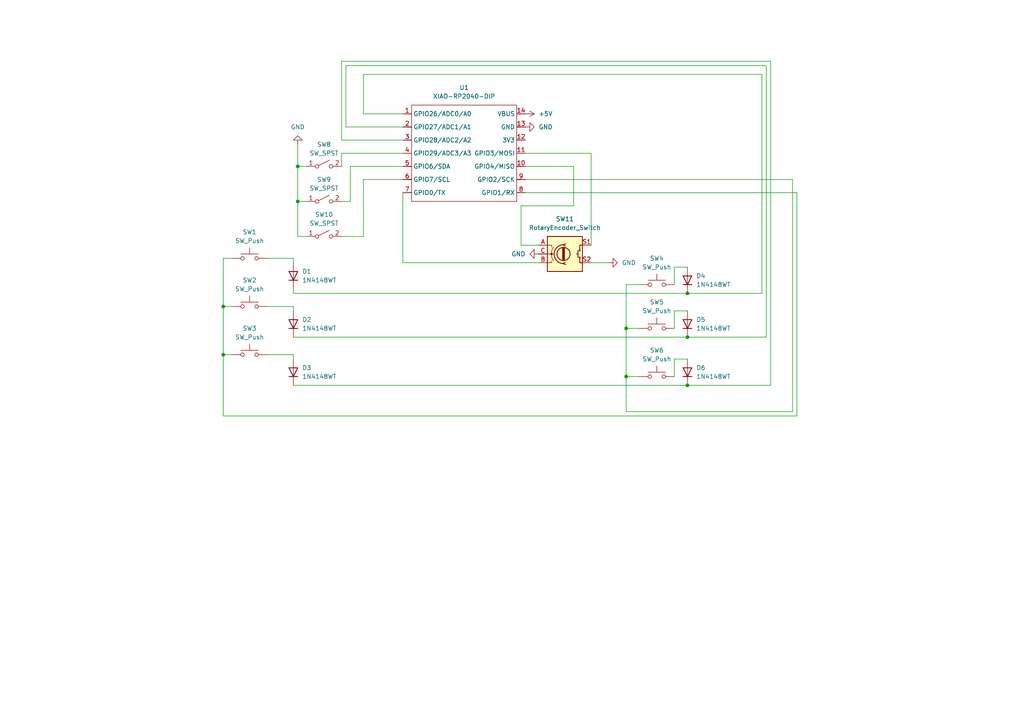
<source format=kicad_sch>
(kicad_sch (version 20231120) (generator "eeschema") (generator_version "8.0")
  (paper "A4")
  (lib_symbols
    (symbol "Device:RotaryEncoder_Switch" (pin_names (offset 0.254) hide)
      (property "Reference" "SW" (at 0 6.604 0))
      (property "Value" "RotaryEncoder_Switch" (at 0 -6.604 0))
      (symbol "RotaryEncoder_Switch_0_1"
        (rectangle (start -5.08 5.08) (end 5.08 -5.08) (stroke (width 0.254)) (fill (type background)))
        (circle (center -3.81 0) (radius 0.254) (fill (type outline)))
        (circle (center -0.381 0) (radius 1.905) (stroke (width 0.254)))
        (arc (start -0.381 2.667) (mid -3.0988 -0.0635) (end -0.381 -2.794) (stroke (width 0.254)))
        (polyline (pts (xy -0.635 -1.778) (xy -0.635 1.778)) (stroke (width 0.254)))
        (polyline (pts (xy -0.381 -1.778) (xy -0.381 1.778)) (stroke (width 0.254)))
        (polyline (pts (xy -0.127 1.778) (xy -0.127 -1.778)) (stroke (width 0.254)))
        (polyline (pts (xy 3.81 0) (xy 3.429 0)) (stroke (width 0.254)))
        (polyline (pts (xy 3.81 1.016) (xy 3.81 -1.016)) (stroke (width 0.254)))
        (polyline (pts (xy -5.08 -2.54) (xy -3.81 -2.54) (xy -3.81 -2.032)))
        (polyline (pts (xy -5.08 2.54) (xy -3.81 2.54) (xy -3.81 2.032)))
        (polyline (pts (xy 0.254 -3.048) (xy -0.508 -2.794) (xy 0.127 -2.413)) (stroke (width 0.254)))
        (polyline (pts (xy 0.254 2.921) (xy -0.508 2.667) (xy 0.127 2.286)) (stroke (width 0.254)))
        (polyline (pts (xy 5.08 -2.54) (xy 4.318 -2.54) (xy 4.318 -1.016)) (stroke (width 0.254)))
        (polyline (pts (xy 5.08 2.54) (xy 4.318 2.54) (xy 4.318 1.016)) (stroke (width 0.254)))
        (polyline (pts (xy -5.08 0) (xy -3.81 0) (xy -3.81 -1.016) (xy -3.302 -2.032)))
        (polyline (pts (xy -4.318 0) (xy -3.81 0) (xy -3.81 1.016) (xy -3.302 2.032)))
        (circle (center 4.318 -1.016) (radius 0.127) (stroke (width 0.254)))
        (circle (center 4.318 1.016) (radius 0.127) (stroke (width 0.254)))
      )
      (symbol "RotaryEncoder_Switch_1_1"
        (pin passive line (at -7.62 2.54 0) (length 2.54) (name "A") (number "A"))
        (pin passive line (at -7.62 -2.54 0) (length 2.54) (name "B") (number "B"))
        (pin passive line (at -7.62 0 0) (length 2.54) (name "C") (number "C"))
        (pin passive line (at 7.62 2.54 180) (length 2.54) (name "S1") (number "S1"))
        (pin passive line (at 7.62 -2.54 180) (length 2.54) (name "S2") (number "S2"))
      )
    )
    (symbol "Diode:1N4148WT" (pin_numbers hide) (pin_names hide)
      (property "Reference" "D" (at 0 2.54 0))
      (property "Value" "1N4148WT" (at 0 -2.54 0))
      (symbol "1N4148WT_0_1"
        (polyline (pts (xy -1.27 1.27) (xy -1.27 -1.27)) (stroke (width 0.254)))
        (polyline (pts (xy 1.27 0) (xy -1.27 0)))
        (polyline (pts (xy 1.27 1.27) (xy 1.27 -1.27) (xy -1.27 0) (xy 1.27 1.27)) (stroke (width 0.254)))
      )
      (symbol "1N4148WT_1_1"
        (pin passive line (at -3.81 0 0) (length 2.54) (name "K") (number "1"))
        (pin passive line (at 3.81 0 180) (length 2.54) (name "A") (number "2"))
      )
    )
    (symbol "OPL:XIAO-RP2040-DIP"
      (property "Reference" "U" (at 0 0 0))
      (property "Value" "XIAO-RP2040-DIP" (at 5.334 -1.778 0))
      (symbol "XIAO-RP2040-DIP_1_0"
        (polyline (pts (xy -1.27 -30.48) (xy -1.27 -16.51)) (stroke (width 0.1524)))
        (polyline (pts (xy -1.27 -27.94) (xy -2.54 -27.94)) (stroke (width 0.1524)))
        (polyline (pts (xy -1.27 -24.13) (xy -2.54 -24.13)) (stroke (width 0.1524)))
        (polyline (pts (xy -1.27 -20.32) (xy -2.54 -20.32)) (stroke (width 0.1524)))
        (polyline (pts (xy -1.27 -16.51) (xy -2.54 -16.51)) (stroke (width 0.1524)))
        (polyline (pts (xy -1.27 -16.51) (xy -1.27 -12.7)) (stroke (width 0.1524)))
        (polyline (pts (xy -1.27 -12.7) (xy -2.54 -12.7)) (stroke (width 0.1524)))
        (polyline (pts (xy -1.27 -12.7) (xy -1.27 -8.89)) (stroke (width 0.1524)))
        (polyline (pts (xy -1.27 -8.89) (xy -2.54 -8.89)) (stroke (width 0.1524)))
        (polyline (pts (xy -1.27 -8.89) (xy -1.27 -5.08)) (stroke (width 0.1524)))
        (polyline (pts (xy -1.27 -5.08) (xy -2.54 -5.08)) (stroke (width 0.1524)))
        (polyline (pts (xy -1.27 -5.08) (xy -1.27 -2.54)) (stroke (width 0.1524)))
        (polyline (pts (xy -1.27 -2.54) (xy 29.21 -2.54)) (stroke (width 0.1524)))
        (polyline (pts (xy 29.21 -30.48) (xy -1.27 -30.48)) (stroke (width 0.1524)))
        (polyline (pts (xy 29.21 -12.7) (xy 29.21 -30.48)) (stroke (width 0.1524)))
        (polyline (pts (xy 29.21 -8.89) (xy 29.21 -12.7)) (stroke (width 0.1524)))
        (polyline (pts (xy 29.21 -5.08) (xy 29.21 -8.89)) (stroke (width 0.1524)))
        (polyline (pts (xy 29.21 -2.54) (xy 29.21 -5.08)) (stroke (width 0.1524)))
        (polyline (pts (xy 30.48 -27.94) (xy 29.21 -27.94)) (stroke (width 0.1524)))
        (polyline (pts (xy 30.48 -24.13) (xy 29.21 -24.13)) (stroke (width 0.1524)))
        (polyline (pts (xy 30.48 -20.32) (xy 29.21 -20.32)) (stroke (width 0.1524)))
        (polyline (pts (xy 30.48 -16.51) (xy 29.21 -16.51)) (stroke (width 0.1524)))
        (polyline (pts (xy 30.48 -12.7) (xy 29.21 -12.7)) (stroke (width 0.1524)))
        (polyline (pts (xy 30.48 -8.89) (xy 29.21 -8.89)) (stroke (width 0.1524)))
        (polyline (pts (xy 30.48 -5.08) (xy 29.21 -5.08)) (stroke (width 0.1524)))
        (pin passive line (at -3.81 -5.08 0) (length 2.54) (name "GPIO26/ADC0/A0") (number "1"))
        (pin passive line (at 31.75 -20.32 180) (length 2.54) (name "GPIO4/MISO") (number "10"))
        (pin passive line (at 31.75 -16.51 180) (length 2.54) (name "GPIO3/MOSI") (number "11"))
        (pin passive line (at 31.75 -12.7 180) (length 2.54) (name "3V3") (number "12"))
        (pin passive line (at 31.75 -8.89 180) (length 2.54) (name "GND") (number "13"))
        (pin passive line (at 31.75 -5.08 180) (length 2.54) (name "VBUS") (number "14"))
        (pin passive line (at -3.81 -8.89 0) (length 2.54) (name "GPIO27/ADC1/A1") (number "2"))
        (pin passive line (at -3.81 -12.7 0) (length 2.54) (name "GPIO28/ADC2/A2") (number "3"))
        (pin passive line (at -3.81 -16.51 0) (length 2.54) (name "GPIO29/ADC3/A3") (number "4"))
        (pin passive line (at -3.81 -20.32 0) (length 2.54) (name "GPIO6/SDA") (number "5"))
        (pin passive line (at -3.81 -24.13 0) (length 2.54) (name "GPIO7/SCL") (number "6"))
        (pin passive line (at -3.81 -27.94 0) (length 2.54) (name "GPIO0/TX") (number "7"))
        (pin passive line (at 31.75 -27.94 180) (length 2.54) (name "GPIO1/RX") (number "8"))
        (pin passive line (at 31.75 -24.13 180) (length 2.54) (name "GPIO2/SCK") (number "9"))
      )
    )
    (symbol "Switch:SW_Push" (pin_numbers hide) (pin_names (offset 1.016) hide)
      (property "Reference" "SW" (at 1.27 2.54 0))
      (property "Value" "SW_Push" (at 0 -1.524 0))
      (symbol "SW_Push_0_1"
        (circle (center -2.032 0) (radius 0.508))
        (polyline (pts (xy 0 1.27) (xy 0 3.048)))
        (polyline (pts (xy 2.54 1.27) (xy -2.54 1.27)))
        (circle (center 2.032 0) (radius 0.508))
        (pin passive line (at -5.08 0 0) (length 2.54) (name "1") (number "1"))
        (pin passive line (at 5.08 0 180) (length 2.54) (name "2") (number "2"))
      )
    )
    (symbol "Switch:SW_SPST" (pin_names (offset 0) hide)
      (property "Reference" "SW" (at 0 3.175 0))
      (property "Value" "SW_SPST" (at 0 -2.54 0))
      (symbol "SW_SPST_0_0"
        (circle (center -2.032 0) (radius 0.508))
        (polyline (pts (xy -1.524 0.254) (xy 1.524 1.778)))
        (circle (center 2.032 0) (radius 0.508))
      )
      (symbol "SW_SPST_1_1"
        (pin passive line (at -5.08 0 0) (length 2.54) (name "A") (number "1"))
        (pin passive line (at 5.08 0 180) (length 2.54) (name "B") (number "2"))
      )
    )
    (symbol "power:+5V" (power) (pin_numbers hide) (pin_names (offset 0) hide)
      (property "Value" "+5V" (at 0 3.556 0))
      (symbol "+5V_0_1"
        (polyline (pts (xy -0.762 1.27) (xy 0 2.54)))
        (polyline (pts (xy 0 0) (xy 0 2.54)))
        (polyline (pts (xy 0 2.54) (xy 0.762 1.27)))
      )
      (symbol "+5V_1_1"
        (pin power_in line (at 0 0 90) (length 0) (name "~") (number "1"))
      )
    )
    (symbol "power:GND" (power) (pin_numbers hide) (pin_names (offset 0) hide)
      (property "Value" "GND" (at 0 -3.81 0))
      (symbol "GND_0_1"
        (polyline (pts (xy 0 0) (xy 0 -1.27) (xy 1.27 -1.27) (xy 0 -2.54) (xy -1.27 -1.27) (xy 0 -1.27)))
      )
      (symbol "GND_1_1"
        (pin power_in line (at 0 0 270) (length 0) (name "~") (number "1"))
      )
    )
  )
  (junction (at 199.39 85.09))
  (junction (at 199.39 97.79))
  (junction (at 199.39 111.76))
  (junction (at 181.61 109.22))
  (junction (at 86.36 58.42))
  (junction (at 86.36 48.26))
  (junction (at 64.77 88.9))
  (junction (at 181.61 95.25))
  (junction (at 64.77 102.87))
  (wire (pts (xy 105.41 68.58) (xy 105.41 52.07)))
  (wire (pts (xy 231.14 120.65) (xy 231.14 55.88)))
  (wire (pts (xy 100.33 36.83) (xy 116.84 36.83)))
  (wire (pts (xy 64.77 102.87) (xy 64.77 120.65)))
  (wire (pts (xy 181.61 109.22) (xy 181.61 119.38)))
  (wire (pts (xy 195.58 77.47) (xy 199.39 77.47)))
  (wire (pts (xy 64.77 88.9) (xy 67.31 88.9)))
  (wire (pts (xy 85.09 97.79) (xy 199.39 97.79)))
  (wire (pts (xy 85.09 102.87) (xy 85.09 104.14)))
  (wire (pts (xy 222.25 19.05) (xy 100.33 19.05)))
  (wire (pts (xy 166.37 48.26) (xy 152.4 48.26)))
  (wire (pts (xy 185.42 82.55) (xy 181.61 82.55)))
  (wire (pts (xy 101.6 58.42) (xy 101.6 48.26)))
  (wire (pts (xy 86.36 58.42) (xy 88.9 58.42)))
  (wire (pts (xy 85.09 88.9) (xy 85.09 90.17)))
  (wire (pts (xy 85.09 85.09) (xy 199.39 85.09)))
  (wire (pts (xy 151.13 59.69) (xy 166.37 59.69)))
  (wire (pts (xy 199.39 97.79) (xy 222.25 97.79)))
  (wire (pts (xy 171.45 76.2) (xy 176.53 76.2)))
  (wire (pts (xy 85.09 83.82) (xy 85.09 85.09)))
  (wire (pts (xy 64.77 120.65) (xy 231.14 120.65)))
  (wire (pts (xy 88.9 48.26) (xy 86.36 48.26)))
  (wire (pts (xy 105.41 33.02) (xy 116.84 33.02)))
  (wire (pts (xy 181.61 119.38) (xy 229.87 119.38)))
  (wire (pts (xy 85.09 74.93) (xy 77.47 74.93)))
  (wire (pts (xy 116.84 76.2) (xy 116.84 55.88)))
  (wire (pts (xy 64.77 74.93) (xy 64.77 88.9)))
  (wire (pts (xy 151.13 71.12) (xy 151.13 59.69)))
  (wire (pts (xy 77.47 102.87) (xy 85.09 102.87)))
  (wire (pts (xy 195.58 104.14) (xy 199.39 104.14)))
  (wire (pts (xy 99.06 48.26) (xy 99.06 44.45)))
  (wire (pts (xy 85.09 111.76) (xy 199.39 111.76)))
  (wire (pts (xy 152.4 52.07) (xy 229.87 52.07)))
  (wire (pts (xy 166.37 59.69) (xy 166.37 48.26)))
  (wire (pts (xy 199.39 111.76) (xy 223.52 111.76)))
  (wire (pts (xy 105.41 52.07) (xy 116.84 52.07)))
  (wire (pts (xy 77.47 88.9) (xy 85.09 88.9)))
  (wire (pts (xy 152.4 55.88) (xy 231.14 55.88)))
  (wire (pts (xy 64.77 102.87) (xy 67.31 102.87)))
  (wire (pts (xy 101.6 48.26) (xy 116.84 48.26)))
  (wire (pts (xy 85.09 74.93) (xy 85.09 76.2)))
  (wire (pts (xy 229.87 119.38) (xy 229.87 52.07)))
  (wire (pts (xy 195.58 82.55) (xy 195.58 77.47)))
  (wire (pts (xy 99.06 17.78) (xy 99.06 40.64)))
  (wire (pts (xy 171.45 44.45) (xy 152.4 44.45)))
  (wire (pts (xy 86.36 48.26) (xy 86.36 58.42)))
  (wire (pts (xy 199.39 85.09) (xy 220.98 85.09)))
  (wire (pts (xy 181.61 109.22) (xy 185.42 109.22)))
  (wire (pts (xy 223.52 111.76) (xy 223.52 17.78)))
  (wire (pts (xy 99.06 44.45) (xy 116.84 44.45)))
  (wire (pts (xy 220.98 21.59) (xy 105.41 21.59)))
  (wire (pts (xy 222.25 97.79) (xy 222.25 19.05)))
  (wire (pts (xy 156.21 76.2) (xy 116.84 76.2)))
  (wire (pts (xy 195.58 90.17) (xy 199.39 90.17)))
  (wire (pts (xy 67.31 74.93) (xy 64.77 74.93)))
  (wire (pts (xy 181.61 95.25) (xy 181.61 109.22)))
  (wire (pts (xy 86.36 41.91) (xy 86.36 48.26)))
  (wire (pts (xy 100.33 19.05) (xy 100.33 36.83)))
  (wire (pts (xy 105.41 21.59) (xy 105.41 33.02)))
  (wire (pts (xy 156.21 71.12) (xy 151.13 71.12)))
  (wire (pts (xy 195.58 109.22) (xy 195.58 104.14)))
  (wire (pts (xy 223.52 17.78) (xy 99.06 17.78)))
  (wire (pts (xy 86.36 68.58) (xy 86.36 58.42)))
  (wire (pts (xy 171.45 71.12) (xy 171.45 44.45)))
  (wire (pts (xy 88.9 68.58) (xy 86.36 68.58)))
  (wire (pts (xy 64.77 88.9) (xy 64.77 102.87)))
  (wire (pts (xy 220.98 85.09) (xy 220.98 21.59)))
  (wire (pts (xy 99.06 68.58) (xy 105.41 68.58)))
  (wire (pts (xy 181.61 95.25) (xy 185.42 95.25)))
  (wire (pts (xy 181.61 82.55) (xy 181.61 95.25)))
  (wire (pts (xy 195.58 95.25) (xy 195.58 90.17)))
  (wire (pts (xy 99.06 40.64) (xy 116.84 40.64)))
  (wire (pts (xy 99.06 58.42) (xy 101.6 58.42)))
  (symbol (lib_id "Diode:1N4148WT") (at 85.09 107.95 90) (unit 1)
    (property "Reference" "D3" (at 87.63 106.6799 90) (effects (justify right)))
    (property "Value" "1N4148WT" (at 87.63 109.2199 90) (effects (justify right)))
    (property "Footprint" "Diode_SMD:D_SOD-523" (effects (hide yes)))
    (property "Datasheet" "https://www.diodes.com/assets/Datasheets/ds30396.pdf" (effects (hide yes)))
    (property "Description" "75V 0.15A Fast switching Diode, SOD-523" (effects (hide yes)))
    (property "Sim.Device" "D" (effects (hide yes)))
    (property "Sim.Pins" "1=K 2=A" (effects (hide yes)))
  )
  (symbol (lib_id "Diode:1N4148WT") (at 199.39 93.98 90) (unit 1)
    (property "Reference" "D5" (at 201.93 92.7099 90) (effects (justify right)))
    (property "Value" "1N4148WT" (at 201.93 95.2499 90) (effects (justify right)))
    (property "Footprint" "Diode_SMD:D_SOD-523" (effects (hide yes)))
    (property "Datasheet" "https://www.diodes.com/assets/Datasheets/ds30396.pdf" (effects (hide yes)))
    (property "Description" "75V 0.15A Fast switching Diode, SOD-523" (effects (hide yes)))
    (property "Sim.Device" "D" (effects (hide yes)))
    (property "Sim.Pins" "1=K 2=A" (effects (hide yes)))
  )
  (symbol (lib_id "Switch:SW_SPST") (at 93.98 58.42 0) (unit 1)
    (property "Reference" "SW9" (at 93.98 52.07 0))
    (property "Value" "SW_SPST" (at 93.98 54.61 0))
    (property "Footprint" "OPL2:ToggleSwitch_MTS-101_SPST" (effects (hide yes)))
    (property "Description" "Single Pole Single Throw (SPST) switch" (effects (hide yes)))
  )
  (symbol (lib_id "Switch:SW_Push") (at 190.5 109.22 0) (unit 1)
    (property "Reference" "SW6" (at 190.5 101.6 0))
    (property "Value" "SW_Push" (at 190.5 104.14 0))
    (property "Footprint" "Button_Switch_Keyboard:SW_Cherry_MX_1.00u_PCB" (effects (hide yes)))
    (property "Description" "Push button switch, generic, two pins" (effects (hide yes)))
  )
  (symbol (lib_id "power:GND") (at 176.53 76.2 90) (unit 1)
    (property "Reference" "#PWR01" (effects (hide yes)))
    (property "Value" "GND" (at 180.34 76.1999 90) (effects (justify right)))
    (property "Description" "Power symbol creates a global label with name \"GND\" , ground" (effects (hide yes)))
  )
  (symbol (lib_id "Device:RotaryEncoder_Switch") (at 163.83 73.66 0) (unit 1)
    (property "Reference" "SW11" (at 163.83 63.5 0))
    (property "Value" "RotaryEncoder_Switch" (at 163.83 66.04 0))
    (property "Footprint" "Rotary_Encoder:RotaryEncoder_Alps_EC11E-Switch_Vertical_H20mm" (effects (hide yes)))
    (property "Description" "Rotary encoder, dual channel, incremental quadrate outputs, with switch" (effects (hide yes)))
  )
  (symbol (lib_id "Switch:SW_SPST") (at 93.98 48.26 0) (unit 1)
    (property "Reference" "SW8" (at 93.98 41.91 0))
    (property "Value" "SW_SPST" (at 93.98 44.45 0))
    (property "Footprint" "OPL2:ToggleSwitch_MTS-101_SPST" (effects (hide yes)))
    (property "Description" "Single Pole Single Throw (SPST) switch" (effects (hide yes)))
  )
  (symbol (lib_id "Switch:SW_Push") (at 190.5 95.25 0) (unit 1)
    (property "Reference" "SW5" (at 190.5 87.63 0))
    (property "Value" "SW_Push" (at 190.5 90.17 0))
    (property "Footprint" "Button_Switch_Keyboard:SW_Cherry_MX_1.00u_PCB" (effects (hide yes)))
    (property "Description" "Push button switch, generic, two pins" (effects (hide yes)))
  )
  (symbol (lib_id "power:GND") (at 156.21 73.66 270) (unit 1)
    (property "Reference" "#PWR05" (effects (hide yes)))
    (property "Value" "GND" (at 152.4 73.6599 90) (effects (justify right)))
    (property "Description" "Power symbol creates a global label with name \"GND\" , ground" (effects (hide yes)))
  )
  (symbol (lib_id "Diode:1N4148WT") (at 199.39 107.95 90) (unit 1)
    (property "Reference" "D6" (at 201.93 106.6799 90) (effects (justify right)))
    (property "Value" "1N4148WT" (at 201.93 109.2199 90) (effects (justify right)))
    (property "Footprint" "Diode_SMD:D_SOD-523" (effects (hide yes)))
    (property "Datasheet" "https://www.diodes.com/assets/Datasheets/ds30396.pdf" (effects (hide yes)))
    (property "Description" "75V 0.15A Fast switching Diode, SOD-523" (effects (hide yes)))
    (property "Sim.Device" "D" (effects (hide yes)))
    (property "Sim.Pins" "1=K 2=A" (effects (hide yes)))
  )
  (symbol (lib_id "Diode:1N4148WT") (at 85.09 93.98 90) (unit 1)
    (property "Reference" "D2" (at 87.63 92.7099 90) (effects (justify right)))
    (property "Value" "1N4148WT" (at 87.63 95.2499 90) (effects (justify right)))
    (property "Footprint" "Diode_SMD:D_SOD-523" (effects (hide yes)))
    (property "Datasheet" "https://www.diodes.com/assets/Datasheets/ds30396.pdf" (effects (hide yes)))
    (property "Description" "75V 0.15A Fast switching Diode, SOD-523" (effects (hide yes)))
    (property "Sim.Device" "D" (effects (hide yes)))
    (property "Sim.Pins" "1=K 2=A" (effects (hide yes)))
  )
  (symbol (lib_id "power:+5V") (at 152.4 33.02 270) (unit 1)
    (property "Reference" "#PWR03" (effects (hide yes)))
    (property "Value" "+5V" (at 156.21 33.0199 90) (effects (justify left)))
    (property "Description" "Power symbol creates a global label with name \"+5V\"" (effects (hide yes)))
  )
  (symbol (lib_id "Switch:SW_Push") (at 72.39 88.9 0) (unit 1)
    (property "Reference" "SW2" (at 72.39 81.28 0))
    (property "Value" "SW_Push" (at 72.39 83.82 0))
    (property "Footprint" "Button_Switch_Keyboard:SW_Cherry_MX_1.00u_PCB" (effects (hide yes)))
    (property "Description" "Push button switch, generic, two pins" (effects (hide yes)))
  )
  (symbol (lib_id "power:GND") (at 86.36 41.91 180) (unit 1)
    (property "Reference" "#PWR04" (effects (hide yes)))
    (property "Value" "GND" (at 86.36 36.83 0))
    (property "Description" "Power symbol creates a global label with name \"GND\" , ground" (effects (hide yes)))
  )
  (symbol (lib_id "OPL:XIAO-RP2040-DIP") (at 120.65 27.94 0) (unit 1)
    (property "Reference" "U1" (at 134.62 25.4 0))
    (property "Value" "XIAO-RP2040-DIP" (at 134.62 27.94 0))
    (property "Footprint" "OPL:XIAO-RP2040-DIP" (effects (hide yes)))
  )
  (symbol (lib_id "Diode:1N4148WT") (at 85.09 80.01 90) (unit 1)
    (property "Reference" "D1" (at 87.63 78.7399 90) (effects (justify right)))
    (property "Value" "1N4148WT" (at 87.63 81.2799 90) (effects (justify right)))
    (property "Footprint" "Diode_SMD:D_SOD-523" (effects (hide yes)))
    (property "Datasheet" "https://www.diodes.com/assets/Datasheets/ds30396.pdf" (effects (hide yes)))
    (property "Description" "75V 0.15A Fast switching Diode, SOD-523" (effects (hide yes)))
    (property "Sim.Device" "D" (effects (hide yes)))
    (property "Sim.Pins" "1=K 2=A" (effects (hide yes)))
  )
  (symbol (lib_id "Switch:SW_SPST") (at 93.98 68.58 0) (unit 1)
    (property "Reference" "SW10" (at 93.98 62.23 0))
    (property "Value" "SW_SPST" (at 93.98 64.77 0))
    (property "Footprint" "OPL2:ToggleSwitch_MTS-101_SPST" (effects (hide yes)))
    (property "Description" "Single Pole Single Throw (SPST) switch" (effects (hide yes)))
  )
  (symbol (lib_id "power:GND") (at 152.4 36.83 90) (unit 1)
    (property "Reference" "#PWR02" (effects (hide yes)))
    (property "Value" "GND" (at 156.21 36.8299 90) (effects (justify right)))
    (property "Description" "Power symbol creates a global label with name \"GND\" , ground" (effects (hide yes)))
  )
  (symbol (lib_id "Switch:SW_Push") (at 72.39 102.87 0) (unit 1)
    (property "Reference" "SW3" (at 72.39 95.25 0))
    (property "Value" "SW_Push" (at 72.39 97.79 0))
    (property "Footprint" "Button_Switch_Keyboard:SW_Cherry_MX_1.00u_PCB" (effects (hide yes)))
    (property "Description" "Push button switch, generic, two pins" (effects (hide yes)))
  )
  (symbol (lib_id "Switch:SW_Push") (at 190.5 82.55 0) (unit 1)
    (property "Reference" "SW4" (at 190.5 74.93 0))
    (property "Value" "SW_Push" (at 190.5 77.47 0))
    (property "Footprint" "Button_Switch_Keyboard:SW_Cherry_MX_1.00u_PCB" (effects (hide yes)))
    (property "Description" "Push button switch, generic, two pins" (effects (hide yes)))
  )
  (symbol (lib_id "Switch:SW_Push") (at 72.39 74.93 0) (unit 1)
    (property "Reference" "SW1" (at 72.39 67.31 0))
    (property "Value" "SW_Push" (at 72.39 69.85 0))
    (property "Footprint" "Button_Switch_Keyboard:SW_Cherry_MX_1.00u_PCB" (effects (hide yes)))
    (property "Description" "Push button switch, generic, two pins" (effects (hide yes)))
  )
  (symbol (lib_id "Diode:1N4148WT") (at 199.39 81.28 90) (unit 1)
    (property "Reference" "D4" (at 201.93 80.0099 90) (effects (justify right)))
    (property "Value" "1N4148WT" (at 201.93 82.5499 90) (effects (justify right)))
    (property "Footprint" "Diode_SMD:D_SOD-523" (effects (hide yes)))
    (property "Datasheet" "https://www.diodes.com/assets/Datasheets/ds30396.pdf" (effects (hide yes)))
    (property "Description" "75V 0.15A Fast switching Diode, SOD-523" (effects (hide yes)))
    (property "Sim.Device" "D" (effects (hide yes)))
    (property "Sim.Pins" "1=K 2=A" (effects (hide yes)))
  )
)
</source>
